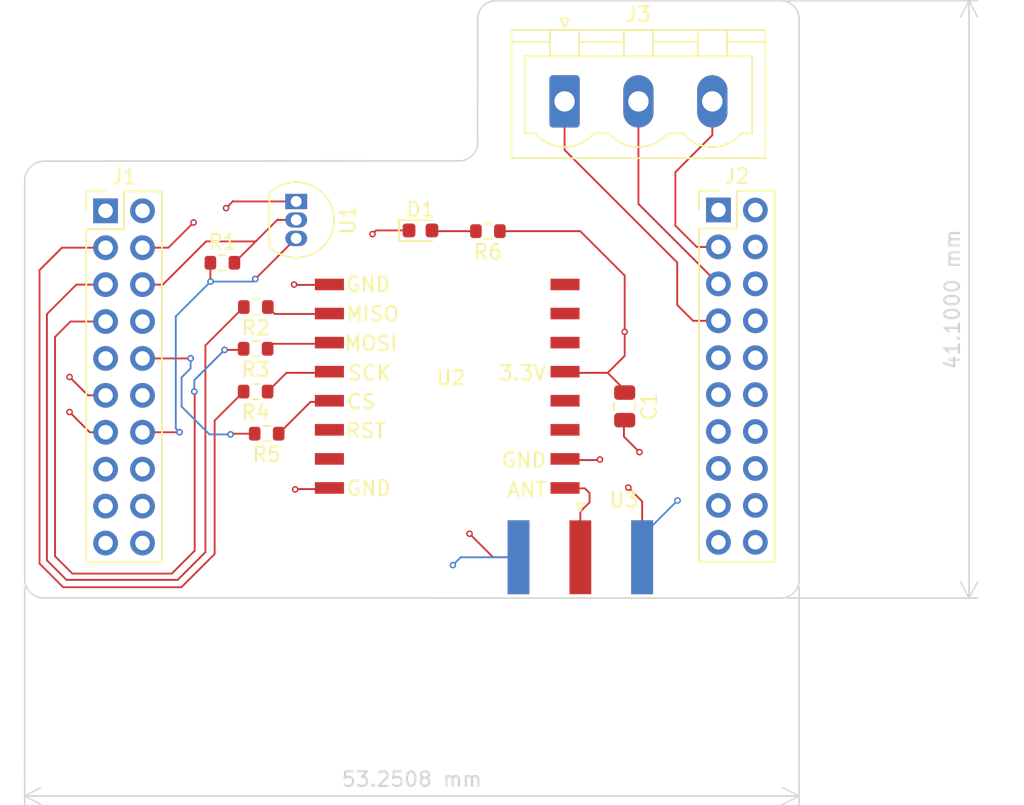
<source format=kicad_pcb>
(kicad_pcb (version 20211014) (generator pcbnew)
  (title_block (company "UW Madison ") (comment 1 "Author: Hailey Johnson"))
  (layers (0 "F.Cu" signal) (1 "In1.Cu" power "GND.Cu") (2 "In2.Cu" power "3V3.Cu") (31 "B.Cu" signal) (34 "B.Paste" user) (35 "F.Paste" user) (36 "B.SilkS" user "B.Silkscreen") (37 "F.SilkS" user "F.Silkscreen") (38 "B.Mask" user) (39 "F.Mask" user) (44 "Edge.Cuts" user))
  (net 0 "")
  (net 1 "GND")
  (net 2 "Net-(R2-Pad1)")
  (net 3 "Net-(R3-Pad1)")
  (net 4 "Net-(R4-Pad1)")
  (net 5 "Net-(R5-Pad1)")
  (net 6 "LORA_GPIO_V")
  (net 7 "DS18B20_GPIO_V")
  (net 8 "DS18B20_GPIO_EN")
  (net 9 "MISO_3V")
  (net 10 "MOSI_3V")
  (net 11 "SCK_3V")
  (net 12 "CS_3V")
  (net 13 "Net-(D1-Pad2)")
  (net 14 "+3V3")
  (net 15 "+5V")
  (net 39 "Net-(U2-Pad9)")
  (net 47 "Net-(J2-Pad3)")
  (net 49 "Net-(J2-Pad5)")
  (net 51 "Net-(J2-Pad7)")
  (footprint "Connector_PinHeader_2.54mm:PinHeader_2x10_P2.54mm_Vertical" (layer "F.Cu") (at 126.3026 86.6078)
    (fp_text reference "J1" (at 1.27 -2.33) (layer "F.SilkS"))
    (fp_text value "MSP_CONNECTOR_LEFT")
    (fp_line (start -1.33 24.19) (end 3.87 24.19) (layer "F.SilkS") (width 0.12))
    (fp_line (start -1.33 0) (end -1.33 -1.33) (layer "F.SilkS") (width 0.12))
    (fp_line (start 3.87 -1.33) (end 3.87 24.19) (layer "F.SilkS") (width 0.12))
    (fp_line (start 1.27 -1.33) (end 3.87 -1.33) (layer "F.SilkS") (width 0.12))
    (fp_line (start -1.33 -1.33) (end 0 -1.33) (layer "F.SilkS") (width 0.12))
    (fp_line (start -1.33 1.27) (end 1.27 1.27) (layer "F.SilkS") (width 0.12))
    (fp_line (start -1.33 1.27) (end -1.33 24.19) (layer "F.SilkS") (width 0.12))
    (fp_line (start 1.27 1.27) (end 1.27 -1.33) (layer "F.SilkS") (width 0.12))
    (pad "1" thru_hole rect (at 0 0) (size 1.7 1.7) (drill 1) (layers *.Cu *.Mask) (net 14 "+3V3"))
    (pad "2" thru_hole oval (at 2.54 0) (size 1.7 1.7) (drill 1) (layers *.Cu *.Mask) (net 15 "+5V"))
    (pad "3" thru_hole oval (at 0 2.54) (size 1.7 1.7) (drill 1) (layers *.Cu *.Mask) (net 11 "SCK_3V"))
    (pad "4" thru_hole oval (at 2.54 2.54) (size 1.7 1.7) (drill 1) (layers *.Cu *.Mask) (net 1 "GND"))
    (pad "5" thru_hole oval (at 0 5.08) (size 1.7 1.7) (drill 1) (layers *.Cu *.Mask) (net 9 "MISO_3V"))
    (pad "6" thru_hole oval (at 2.54 5.08) (size 1.7 1.7) (drill 1) (layers *.Cu *.Mask) (net 8 "DS18B20_GPIO_EN"))
    (pad "7" thru_hole oval (at 0 7.62) (size 1.7 1.7) (drill 1) (layers *.Cu *.Mask) (net 10 "MOSI_3V"))
    (pad "8" thru_hole oval (at 2.54 7.62) (size 1.7 1.7) (drill 1) (layers *.Cu *.Mask))
    (pad "9" thru_hole oval (at 0 10.16) (size 1.7 1.7) (drill 1) (layers *.Cu *.Mask))
    (pad "10" thru_hole oval (at 2.54 10.16) (size 1.7 1.7) (drill 1) (layers *.Cu *.Mask) (net 12 "CS_3V"))
    (pad "11" thru_hole oval (at 0 12.7) (size 1.7 1.7) (drill 1) (layers *.Cu *.Mask) (net 6 "LORA_GPIO_V"))
    (pad "12" thru_hole oval (at 2.54 12.7) (size 1.7 1.7) (drill 1) (layers *.Cu *.Mask))
    (pad "13" thru_hole oval (at 0 15.24) (size 1.7 1.7) (drill 1) (layers *.Cu *.Mask) (net 6 "LORA_GPIO_V"))
    (pad "14" thru_hole oval (at 2.54 15.24) (size 1.7 1.7) (drill 1) (layers *.Cu *.Mask) (net 7 "DS18B20_GPIO_V"))
    (pad "15" thru_hole oval (at 0 17.78) (size 1.7 1.7) (drill 1) (layers *.Cu *.Mask))
    (pad "16" thru_hole oval (at 2.54 17.78) (size 1.7 1.7) (drill 1) (layers *.Cu *.Mask))
    (pad "17" thru_hole oval (at 0 20.32) (size 1.7 1.7) (drill 1) (layers *.Cu *.Mask))
    (pad "18" thru_hole oval (at 2.54 20.32) (size 1.7 1.7) (drill 1) (layers *.Cu *.Mask))
    (pad "19" thru_hole oval (at 0 22.86) (size 1.7 1.7) (drill 1) (layers *.Cu *.Mask))
    (pad "20" thru_hole oval (at 2.54 22.86) (size 1.7 1.7) (drill 1) (layers *.Cu *.Mask))
  )
  (footprint "Resistor_SMD:R_0603_1608Metric" (layer "F.Cu") (at 136.62 96.1024 180)
    (fp_text reference "R3" (at 0 -1.43) (layer "F.SilkS"))
    (fp_text value "3.3K")
    (fp_line (start -0.237258 -0.5225) (end 0.237258 -0.5225) (layer "F.SilkS") (width 0.12))
    (fp_line (start -0.237258 0.5225) (end 0.237258 0.5225) (layer "F.SilkS") (width 0.12))
    (pad "1" smd roundrect (at -0.825 0 180) (size 0.8 0.95) (layers "F.Cu" "F.Paste" "F.Mask") (net 3 "Net-(R3-Pad1)"))
    (pad "2" smd roundrect (at 0.825 0 180) (size 0.8 0.95) (layers "F.Cu" "F.Paste" "F.Mask") (net 10 "MOSI_3V"))
  )
  (footprint "SensorNetwork:LoRa_RFM" (layer "F.Cu") (at 149.479 98.6386)
    (fp_text reference "U2" (at 0.5588 -0.54 unlocked) (layer "F.SilkS"))
    (fp_text value "RFM69HCW")
    (fp_text user "GND" (at -5.08 7.0612 unlocked) (layer "F.SilkS"))
    (fp_text user "RST" (at -5.2832 3.0988 unlocked) (layer "F.SilkS"))
    (fp_text user "CS" (at -5.588 1.1176 unlocked) (layer "F.SilkS"))
    (fp_text user "ANT" (at 5.7912 7.1628 unlocked) (layer "F.SilkS"))
    (fp_text user "GND" (at -5.1308 -6.9596 unlocked) (layer "F.SilkS"))
    (fp_text user "GND" (at 5.588 5.1308 unlocked) (layer "F.SilkS"))
    (fp_text user "MOSI" (at -4.9276 -2.8956 unlocked) (layer "F.SilkS"))
    (fp_text user "SCK" (at -5.0292 -0.8636 unlocked) (layer "F.SilkS"))
    (fp_text user "3.3V" (at 5.4864 -0.8636 unlocked) (layer "F.SilkS"))
    (fp_text user "MISO" (at -4.826 -4.9276 unlocked) (layer "F.SilkS"))
    (pad "1" smd rect (at -7.786 -6.9596) (size 2 0.8) (layers "F.Cu" "F.Paste" "F.Mask") (net 1 "GND"))
    (pad "2" smd rect (at -7.786 -4.9596) (size 2 0.8) (layers "F.Cu" "F.Paste" "F.Mask") (net 2 "Net-(R2-Pad1)"))
    (pad "3" smd rect (at -7.786 -2.9596) (size 2 0.8) (layers "F.Cu" "F.Paste" "F.Mask") (net 3 "Net-(R3-Pad1)"))
    (pad "4" smd rect (at -7.786 -0.9596) (size 2 0.8) (layers "F.Cu" "F.Paste" "F.Mask") (net 4 "Net-(R4-Pad1)"))
    (pad "5" smd rect (at -7.786 1.0404) (size 2 0.8) (layers "F.Cu" "F.Paste" "F.Mask") (net 5 "Net-(R5-Pad1)"))
    (pad "6" smd rect (at -7.786 3.0404) (size 2 0.8) (layers "F.Cu" "F.Paste" "F.Mask"))
    (pad "7" smd rect (at -7.786 5.0404) (size 2 0.8) (layers "F.Cu" "F.Paste" "F.Mask"))
    (pad "8" smd rect (at -7.786 7.0404) (size 2 0.8) (layers "F.Cu" "F.Paste" "F.Mask") (net 1 "GND"))
    (pad "9" smd rect (at 8.414 7.0404 180) (size 2 0.8) (layers "F.Cu" "F.Paste" "F.Mask") (net 39 "Net-(U2-Pad9)"))
    (pad "10" smd rect (at 8.414 5.0404 180) (size 2 0.8) (layers "F.Cu" "F.Paste" "F.Mask") (net 1 "GND"))
    (pad "11" smd rect (at 8.414 3.0404 180) (size 2 0.8) (layers "F.Cu" "F.Paste" "F.Mask"))
    (pad "12" smd rect (at 8.414 1.0404 180) (size 2 0.8) (layers "F.Cu" "F.Paste" "F.Mask"))
    (pad "13" smd rect (at 8.414 -0.9596 180) (size 2 0.8) (layers "F.Cu" "F.Paste" "F.Mask") (net 6 "LORA_GPIO_V"))
    (pad "14" smd rect (at 8.414 -2.9596 180) (size 2 0.8) (layers "F.Cu" "F.Paste" "F.Mask"))
    (pad "15" smd rect (at 8.414 -4.9596 180) (size 2 0.8) (layers "F.Cu" "F.Paste" "F.Mask"))
    (pad "16" smd rect (at 8.414 -6.9596 180) (size 2 0.8) (layers "F.Cu" "F.Paste" "F.Mask"))
  )
  (footprint "LED_SMD:LED_0603_1608Metric" (layer "F.Cu") (at 147.955 87.9602)
    (fp_text reference "D1" (at 0 -1.43) (layer "F.SilkS"))
    (fp_text value "LED_Small")
    (fp_line (start -1.485 0.735) (end 0.8 0.735) (layer "F.SilkS") (width 0.12))
    (fp_line (start 0.8 -0.735) (end -1.485 -0.735) (layer "F.SilkS") (width 0.12))
    (fp_line (start -1.485 -0.735) (end -1.485 0.735) (layer "F.SilkS") (width 0.12))
    (pad "1" smd roundrect (at -0.7875 0) (size 0.875 0.95) (layers "F.Cu" "F.Paste" "F.Mask") (net 1 "GND"))
    (pad "2" smd roundrect (at 0.7875 0) (size 0.875 0.95) (layers "F.Cu" "F.Paste" "F.Mask") (net 13 "Net-(D1-Pad2)"))
  )
  (footprint "Connector_Phoenix_MSTB:PhoenixContact_MSTBVA_2,5_3-G-5,08_1x03_P5.08mm_Vertical" (layer "F.Cu") (at 157.861 79.0815)
    (fp_text reference "J3" (at 5.08 -6) (layer "F.SilkS"))
    (fp_text value "Screw_Terminal_01x03")
    (fp_line (start 6.08 -3.1) (end 4.08 -3.1) (layer "F.SilkS") (width 0.12))
    (fp_line (start -2.74 2.2) (end -2.74 -3.1) (layer "F.SilkS") (width 0.12))
    (fp_line (start -0.3 -5.71) (end 0.3 -5.71) (layer "F.SilkS") (width 0.12))
    (fp_line (start 4.08 -3.1) (end 4.08 -4.91) (layer "F.SilkS") (width 0.12))
    (fp_line (start -1 -4.91) (end 1 -4.91) (layer "F.SilkS") (width 0.12))
    (fp_line (start -3.65 -4.91) (end -3.65 3.91) (layer "F.SilkS") (width 0.12))
    (fp_line (start -2.74 -3.1) (end 12.9 -3.1) (layer "F.SilkS") (width 0.12))
    (fp_line (start 13.81 3.91) (end 13.81 -4.91) (layer "F.SilkS") (width 0.12))
    (fp_line (start 12.9 2.2) (end 12.16 2.2) (layer "F.SilkS") (width 0.12))
    (fp_line (start 6.08 -4.91) (end 6.08 -3.1) (layer "F.SilkS") (width 0.12))
    (fp_line (start 11.16 -4.91) (end 11.16 -3.1) (layer "F.SilkS") (width 0.12))
    (fp_line (start 13.81 -4.91) (end -3.65 -4.91) (layer "F.SilkS") (width 0.12))
    (fp_line (start 12.9 -3.1) (end 12.9 2.2) (layer "F.SilkS") (width 0.12))
    (fp_line (start 2 2.2) (end 3.08 2.2) (layer "F.SilkS") (width 0.12))
    (fp_line (start 11.16 -3.1) (end 9.16 -3.1) (layer "F.SilkS") (width 0.12))
    (fp_line (start -3.65 3.91) (end 13.81 3.91) (layer "F.SilkS") (width 0.12))
    (fp_line (start -1 -3.1) (end -1 -4.91) (layer "F.SilkS") (width 0.12))
    (fp_line (start 9.16 -4.91) (end 11.16 -4.91) (layer "F.SilkS") (width 0.12))
    (fp_line (start 1 -4.91) (end 1 -3.1) (layer "F.SilkS") (width 0.12))
    (fp_line (start 9.16 -3.1) (end 9.16 -4.91) (layer "F.SilkS") (width 0.12))
    (fp_line (start -3.65 -4.1) (end -1.11 -4.1) (layer "F.SilkS") (width 0.12))
    (fp_line (start 1 -3.1) (end -1 -3.1) (layer "F.SilkS") (width 0.12))
    (fp_line (start 7.08 2.2) (end 8.16 2.2) (layer "F.SilkS") (width 0.12))
    (fp_line (start 1 -4.1) (end 4.08 -4.1) (layer "F.SilkS") (width 0.12))
    (fp_line (start 6.08 -4.1) (end 9.16 -4.1) (layer "F.SilkS") (width 0.12))
    (fp_line (start 0.3 -5.71) (end 0 -5.11) (layer "F.SilkS") (width 0.12))
    (fp_line (start 13.81 -4.1) (end 11.27 -4.1) (layer "F.SilkS") (width 0.12))
    (fp_line (start 0 -5.11) (end -0.3 -5.71) (layer "F.SilkS") (width 0.12))
    (fp_line (start -2 2.2) (end -2.74 2.2) (layer "F.SilkS") (width 0.12))
    (fp_line (start 4.08 -4.91) (end 6.08 -4.91) (layer "F.SilkS") (width 0.12))
    (fp_arc (start 7.066842 2.215821) (mid 5.069711 3.142758) (end 3.08 2.2) (layer "F.SilkS") (width 0.12))
    (fp_arc (start 12.146842 2.215821) (mid 10.149711 3.142758) (end 8.16 2.2) (layer "F.SilkS") (width 0.12))
    (fp_arc (start 1.986842 2.215821) (mid -0.010289 3.142758) (end -2 2.2) (layer "F.SilkS") (width 0.12))
    (pad "1" thru_hole roundrect (at 0 0) (size 2.08 3.6) (drill 1.4) (layers *.Cu *.Mask) (roundrect_rratio 0.1201918269) (net 51 "Net-(J2-Pad7)"))
    (pad "2" thru_hole oval (at 5.08 0) (size 2.08 3.6) (drill 1.4) (layers *.Cu *.Mask) (net 49 "Net-(J2-Pad5)"))
    (pad "3" thru_hole oval (at 10.16 0) (size 2.08 3.6) (drill 1.4) (layers *.Cu *.Mask) (net 47 "Net-(J2-Pad3)"))
  )
  (footprint "Connector_Coaxial:SMA_Amphenol_132289_EdgeMount" (layer "F.Cu") (at 158.9466 110.4503 -90)
    (fp_text reference "U3" (at -3.96 -3) (layer "F.SilkS"))
    (fp_text value "SMA_Amphenol")
    (fp_line (start -3.21 0) (end -3.71 -0.25) (layer "F.SilkS") (width 0.12))
    (fp_line (start -3.71 -0.25) (end -3.71 0.25) (layer "F.SilkS") (width 0.12))
    (fp_line (start -3.71 0.25) (end -3.21 0) (layer "F.SilkS") (width 0.12))
    (pad "1" smd rect (at 0 0) (size 1.5 5.08) (layers "F.Cu" "F.Paste" "F.Mask") (net 39 "Net-(U2-Pad9)"))
    (pad "2" smd rect (at 0 4.25) (size 1.5 5.08) (layers "F.Cu" "F.Paste" "F.Mask") (net 1 "GND"))
    (pad "3" smd rect (at 0 -4.25) (size 1.5 5.08) (layers "F.Cu" "F.Paste" "F.Mask") (net 1 "GND"))
    (pad "4" smd rect (at 0 4.25) (size 1.5 5.08) (layers "B.Cu" "B.Paste" "B.Mask") (net 1 "GND"))
    (pad "5" smd rect (at 0 -4.25) (size 1.5 5.08) (layers "B.Cu" "B.Paste" "B.Mask") (net 1 "GND"))
  )
  (footprint "Resistor_SMD:R_0603_1608Metric" (layer "F.Cu") (at 134.334 90.1842)
    (fp_text reference "R1" (at 0 -1.43) (layer "F.SilkS"))
    (fp_text value "4.7K")
    (fp_line (start -0.237258 -0.5225) (end 0.237258 -0.5225) (layer "F.SilkS") (width 0.12))
    (fp_line (start -0.237258 0.5225) (end 0.237258 0.5225) (layer "F.SilkS") (width 0.12))
    (pad "1" smd roundrect (at -0.825 0) (size 0.8 0.95) (layers "F.Cu" "F.Paste" "F.Mask") (net 7 "DS18B20_GPIO_V"))
    (pad "2" smd roundrect (at 0.825 0) (size 0.8 0.95) (layers "F.Cu" "F.Paste" "F.Mask") (net 8 "DS18B20_GPIO_EN"))
  )
  (footprint "Resistor_SMD:R_0603_1608Metric" (layer "F.Cu") (at 136.62 99.0488 180)
    (fp_text reference "R4" (at 0 -1.43) (layer "F.SilkS"))
    (fp_text value "3.3K")
    (fp_line (start -0.237258 -0.5225) (end 0.237258 -0.5225) (layer "F.SilkS") (width 0.12))
    (fp_line (start -0.237258 0.5225) (end 0.237258 0.5225) (layer "F.SilkS") (width 0.12))
    (pad "1" smd roundrect (at -0.825 0 180) (size 0.8 0.95) (layers "F.Cu" "F.Paste" "F.Mask") (net 4 "Net-(R4-Pad1)"))
    (pad "2" smd roundrect (at 0.825 0 180) (size 0.8 0.95) (layers "F.Cu" "F.Paste" "F.Mask") (net 11 "SCK_3V"))
  )
  (footprint "Resistor_SMD:R_0603_1608Metric" (layer "F.Cu") (at 152.591 88.011 180)
    (fp_text reference "R6" (at 0 -1.43) (layer "F.SilkS"))
    (fp_text value "330")
    (fp_line (start -0.237258 -0.5225) (end 0.237258 -0.5225) (layer "F.SilkS") (width 0.12))
    (fp_line (start -0.237258 0.5225) (end 0.237258 0.5225) (layer "F.SilkS") (width 0.12))
    (pad "1" smd roundrect (at -0.825 0 180) (size 0.8 0.95) (layers "F.Cu" "F.Paste" "F.Mask") (net 6 "LORA_GPIO_V"))
    (pad "2" smd roundrect (at 0.825 0 180) (size 0.8 0.95) (layers "F.Cu" "F.Paste" "F.Mask") (net 13 "Net-(D1-Pad2)"))
  )
  (footprint "Capacitor_SMD:C_0805_2012Metric" (layer "F.Cu") (at 161.9946 100.0648 -90)
    (fp_text reference "C1" (at 0 -1.68 90) (layer "F.SilkS"))
    (fp_text value "10uF")
    (fp_line (start -0.261252 0.735) (end 0.261252 0.735) (layer "F.SilkS") (width 0.12))
    (fp_line (start -0.261252 -0.735) (end 0.261252 -0.735) (layer "F.SilkS") (width 0.12))
    (pad "1" smd roundrect (at -0.95 0 270) (size 1 1.45) (layers "F.Cu" "F.Paste" "F.Mask") (net 6 "LORA_GPIO_V"))
    (pad "2" smd roundrect (at 0.95 0 270) (size 1 1.45) (layers "F.Cu" "F.Paste" "F.Mask") (net 1 "GND"))
  )
  (footprint "Resistor_SMD:R_0603_1608Metric" (layer "F.Cu") (at 137.382 101.9444 180)
    (fp_text reference "R5" (at 0 -1.43) (layer "F.SilkS"))
    (fp_text value "3.3K")
    (fp_line (start -0.237258 0.5225) (end 0.237258 0.5225) (layer "F.SilkS") (width 0.12))
    (fp_line (start -0.237258 -0.5225) (end 0.237258 -0.5225) (layer "F.SilkS") (width 0.12))
    (pad "1" smd roundrect (at -0.825 0 180) (size 0.8 0.95) (layers "F.Cu" "F.Paste" "F.Mask") (net 5 "Net-(R5-Pad1)"))
    (pad "2" smd roundrect (at 0.825 0 180) (size 0.8 0.95) (layers "F.Cu" "F.Paste" "F.Mask") (net 12 "CS_3V"))
  )
  (footprint "Connector_PinHeader_2.54mm:PinHeader_2x10_P2.54mm_Vertical" (layer "F.Cu") (at 168.4412 86.557)
    (fp_text reference "J2" (at 1.27 -2.33) (layer "F.SilkS"))
    (fp_text value "MSP_CONNECTOR_LEFT")
    (fp_line (start -1.33 1.27) (end 1.27 1.27) (layer "F.SilkS") (width 0.12))
    (fp_line (start -1.33 -1.33) (end 0 -1.33) (layer "F.SilkS") (width 0.12))
    (fp_line (start 1.27 1.27) (end 1.27 -1.33) (layer "F.SilkS") (width 0.12))
    (fp_line (start -1.33 0) (end -1.33 -1.33) (layer "F.SilkS") (width 0.12))
    (fp_line (start -1.33 24.19) (end 3.87 24.19) (layer "F.SilkS") (width 0.12))
    (fp_line (start 3.87 -1.33) (end 3.87 24.19) (layer "F.SilkS") (width 0.12))
    (fp_line (start 1.27 -1.33) (end 3.87 -1.33) (layer "F.SilkS") (width 0.12))
    (fp_line (start -1.33 1.27) (end -1.33 24.19) (layer "F.SilkS") (width 0.12))
    (pad "1" thru_hole rect (at 0 0) (size 1.7 1.7) (drill 1) (layers *.Cu *.Mask))
    (pad "2" thru_hole oval (at 2.54 0) (size 1.7 1.7) (drill 1) (layers *.Cu *.Mask))
    (pad "3" thru_hole oval (at 0 2.54) (size 1.7 1.7) (drill 1) (layers *.Cu *.Mask) (net 47 "Net-(J2-Pad3)"))
    (pad "4" thru_hole oval (at 2.54 2.54) (size 1.7 1.7) (drill 1) (layers *.Cu *.Mask))
    (pad "5" thru_hole oval (at 0 5.08) (size 1.7 1.7) (drill 1) (layers *.Cu *.Mask) (net 49 "Net-(J2-Pad5)"))
    (pad "6" thru_hole oval (at 2.54 5.08) (size 1.7 1.7) (drill 1) (layers *.Cu *.Mask))
    (pad "7" thru_hole oval (at 0 7.62) (size 1.7 1.7) (drill 1) (layers *.Cu *.Mask) (net 51 "Net-(J2-Pad7)"))
    (pad "8" thru_hole oval (at 2.54 7.62) (size 1.7 1.7) (drill 1) (layers *.Cu *.Mask))
    (pad "9" thru_hole oval (at 0 10.16) (size 1.7 1.7) (drill 1) (layers *.Cu *.Mask))
    (pad "10" thru_hole oval (at 2.54 10.16) (size 1.7 1.7) (drill 1) (layers *.Cu *.Mask))
    (pad "11" thru_hole oval (at 0 12.7) (size 1.7 1.7) (drill 1) (layers *.Cu *.Mask))
    (pad "12" thru_hole oval (at 2.54 12.7) (size 1.7 1.7) (drill 1) (layers *.Cu *.Mask))
    (pad "13" thru_hole oval (at 0 15.24) (size 1.7 1.7) (drill 1) (layers *.Cu *.Mask))
    (pad "14" thru_hole oval (at 2.54 15.24) (size 1.7 1.7) (drill 1) (layers *.Cu *.Mask))
    (pad "15" thru_hole oval (at 0 17.78) (size 1.7 1.7) (drill 1) (layers *.Cu *.Mask))
    (pad "16" thru_hole oval (at 2.54 17.78) (size 1.7 1.7) (drill 1) (layers *.Cu *.Mask))
    (pad "17" thru_hole oval (at 0 20.32) (size 1.7 1.7) (drill 1) (layers *.Cu *.Mask))
    (pad "18" thru_hole oval (at 2.54 20.32) (size 1.7 1.7) (drill 1) (layers *.Cu *.Mask))
    (pad "19" thru_hole oval (at 0 22.86) (size 1.7 1.7) (drill 1) (layers *.Cu *.Mask))
    (pad "20" thru_hole oval (at 2.54 22.86) (size 1.7 1.7) (drill 1) (layers *.Cu *.Mask))
  )
  (footprint "Package_TO_SOT_THT:TO-92_Inline" (layer "F.Cu") (at 139.4096 85.9678 -90)
    (fp_text reference "U1" (at 1.27 -3.56 90) (layer "F.SilkS"))
    (fp_text value "DS18B20")
    (fp_line (start -0.53 1.85) (end 3.07 1.85) (layer "F.SilkS") (width 0.12))
    (fp_arc (start -0.568478 1.838478) (mid -1.132087 -0.994977) (end 1.27 -2.6) (layer "F.SilkS") (width 0.12))
    (fp_arc (start 1.27 -2.6) (mid 3.672087 -0.994977) (end 3.108478 1.838478) (layer "F.SilkS") (width 0.12))
    (pad "1" thru_hole rect (at 0 0 270) (size 1.05 1.5) (drill 0.75) (layers *.Cu *.Mask) (net 1 "GND"))
    (pad "2" thru_hole oval (at 1.27 0 270) (size 1.05 1.5) (drill 0.75) (layers *.Cu *.Mask) (net 8 "DS18B20_GPIO_EN"))
    (pad "3" thru_hole oval (at 2.54 0 270) (size 1.05 1.5) (drill 0.75) (layers *.Cu *.Mask) (net 7 "DS18B20_GPIO_V"))
  )
  (footprint "Resistor_SMD:R_0603_1608Metric" (layer "F.Cu") (at 136.6332 93.2322 180)
    (fp_text reference "R2" (at 0 -1.43) (layer "F.SilkS"))
    (fp_text value "3.3K")
    (fp_line (start -0.237258 0.5225) (end 0.237258 0.5225) (layer "F.SilkS") (width 0.12))
    (fp_line (start -0.237258 -0.5225) (end 0.237258 -0.5225) (layer "F.SilkS") (width 0.12))
    (pad "1" smd roundrect (at -0.825 0 180) (size 0.8 0.95) (layers "F.Cu" "F.Paste" "F.Mask") (net 2 "Net-(R2-Pad1)"))
    (pad "2" smd roundrect (at 0.825 0 180) (size 0.8 0.95) (layers "F.Cu" "F.Paste" "F.Mask") (net 9 "MISO_3V"))
  )
  (gr_line (start 172.716 72.157) (end 153.162 72.157) (layer "Edge.Cuts") (width 0.1))
  (gr_line (start 173.986 112.004974) (end 173.986 73.406) (layer "Edge.Cuts") (width 0.1))
  (gr_arc (start 122.085325 113.247974) (mid 121.159543 112.895539) (end 120.735187 112.000438) (layer "Edge.Cuts") (width 0.1))
  (gr_arc (start 120.736026 84.504826) (mid 121.153761 83.574879) (end 122.099411 83.194026) (layer "Edge.Cuts") (width 0.1))
  (gr_arc (start 151.882974 81.905974) (mid 151.511 82.804) (end 150.612974 83.175974) (layer "Edge.Cuts") (width 0.1))
  (gr_arc (start 151.892 73.406) (mid 152.265269 72.515368) (end 153.162 72.157) (layer "Edge.Cuts") (width 0.1))
  (gr_line (start 151.892 73.406) (end 151.882974 81.905974) (layer "Edge.Cuts") (width 0.1))
  (gr_line (start 150.612974 83.175974) (end 122.099411 83.194026) (layer "Edge.Cuts") (width 0.1))
  (gr_arc (start 173.986 112.004974) (mid 173.61292 112.896668) (end 172.716 113.257) (layer "Edge.Cuts") (width 0.1))
  (gr_arc (start 172.716 72.157) (mid 173.612731 72.515368) (end 173.986 73.406) (layer "Edge.Cuts") (width 0.1))
  (gr_line (start 120.736026 84.504826) (end 120.735187 112.000438) (layer "Edge.Cuts") (width 0.1))
  (gr_line (start 122.085325 113.247974) (end 172.716 113.257) (layer "Edge.Cuts") (width 0.1))
  (dimension (type aligned) (layer "Edge.Cuts") (pts (xy 172.716 113.257) (xy 172.716 72.157)) (height 12.958) (gr_text "41.1000 mm" (at 184.524 92.707 90) (layer "Edge.Cuts") (effects (font (size 1 1) (thickness 0.15)))) (format (units 3) (units_format 1) (precision 4)) (style (thickness 0.1) (arrow_length 1.27) (text_position_mode 0) (extension_height 0.58642) (extension_offset 0.5) keep_text_aligned))
  (dimension (type aligned) (layer "Edge.Cuts") (pts (xy 120.735187 112.000438) (xy 173.986 112.004974)) (height 14.868728) (gr_text "53.2508 mm" (at 147.359424 125.721434 359.9951194) (layer "Edge.Cuts") (effects (font (size 1 1) (thickness 0.15)))) (format (units 3) (units_format 1) (precision 4)) (style (thickness 0.1) (arrow_length 1.27) (text_position_mode 0) (extension_height 0.58642) (extension_offset 0.5) keep_text_aligned))
  (segment (start 139.2616 91.6828) (end 139.287 91.7082) (width 0.25) (layer "F.Cu") (net 1))
  (segment (start 147.1675 87.9602) (end 144.907 87.9602) (width 0.127) (layer "F.Cu") (net 1))
  (segment (start 163.0106 103.2144) (end 161.9438 102.1476) (width 0.127) (layer "F.Cu") (net 1))
  (segment (start 152.9491 110.4503) (end 154.6966 110.4503) (width 0.127) (layer "F.Cu") (net 1))
  (segment (start 151.3266 108.8278) (end 152.9491 110.4503) (width 0.127) (layer "F.Cu") (net 1))
  (segment (start 132.3528 87.4156) (end 130.6206 89.1478) (width 0.127) (layer "F.Cu") (net 1))
  (segment (start 135.0706 85.9424) (end 135.096 85.9678) (width 0.127) (layer "F.Cu") (net 1))
  (segment (start 162.2486 105.6528) (end 163.1966 106.6008) (width 0.127) (layer "F.Cu") (net 1))
  (segment (start 139.287 91.7082) (end 141.7626 91.7082) (width 0.127) (layer "F.Cu") (net 1))
  (segment (start 157.988 103.759) (end 160.2562 103.759) (width 0.127) (layer "F.Cu") (net 1))
  (segment (start 141.788 105.759) (end 139.3586 105.759) (width 0.127) (layer "F.Cu") (net 1))
  (segment (start 135.096 85.9678) (end 139.4096 85.9678) (width 0.127) (layer "F.Cu") (net 1))
  (segment (start 144.907 87.9602) (end 144.653 88.2142) (width 0.127) (layer "F.Cu") (net 1))
  (segment (start 160.2562 103.759) (end 160.2928 103.7224) (width 0.25) (layer "F.Cu") (net 1))
  (segment (start 163.1966 106.6008) (end 163.1966 110.4503) (width 0.127) (layer "F.Cu") (net 1))
  (segment (start 139.3586 105.759) (end 139.3378 105.7798) (width 0.25) (layer "F.Cu") (net 1))
  (segment (start 161.9438 102.1476) (end 161.9438 100.776) (width 0.127) (layer "F.Cu") (net 1))
  (segment (start 130.6206 89.1478) (end 128.8426 89.1478) (width 0.127) (layer "F.Cu") (net 1))
  (segment (start 134.588 86.425) (end 135.0706 85.9424) (width 0.127) (layer "F.Cu") (net 1))
  (via blind (at 162.2486 105.6528) (size 0.4572) (drill 0.254) (layers "F.Cu" "In1.Cu") (net 1))
  (via blind (at 132.3528 87.4156) (size 0.4572) (drill 0.254) (layers "F.Cu" "In1.Cu") (net 1))
  (via blind (at 134.588 86.425) (size 0.4572) (drill 0.254) (layers "F.Cu" "In1.Cu") (net 1))
  (via blind (at 139.3378 105.7798) (size 0.4572) (drill 0.254) (layers "F.Cu" "In1.Cu") (net 1))
  (via blind (at 163.0106 103.2144) (size 0.4572) (drill 0.254) (layers "F.Cu" "In1.Cu") (net 1))
  (via blind (at 144.653 88.2142) (size 0.4572) (drill 0.254) (layers "F.Cu" "In1.Cu") (net 1))
  (via blind (at 160.2928 103.7224) (size 0.4572) (drill 0.254) (layers "F.Cu" "In1.Cu") (net 1))
  (via blind (at 139.2616 91.6828) (size 0.4572) (drill 0.254) (layers "F.Cu" "In1.Cu") (net 1))
  (via blind (at 151.3266 108.8278) (size 0.4572) (drill 0.254) (layers "F.Cu" "In1.Cu") (net 1))
  (via blind (at 150.1836 110.9868) (size 0.4572) (drill 0.254) (layers "In1.Cu" "B.Cu") (net 1))
  (via blind (at 165.6268 106.5418) (size 0.4572) (drill 0.254) (layers "In1.Cu" "B.Cu") (net 1))
  (segment (start 150.1836 110.9868) (end 150.7201 110.4503) (width 0.127) (layer "B.Cu") (net 1))
  (segment (start 163.1966 108.972) (end 165.6268 106.5418) (width 0.127) (layer "B.Cu") (net 1))
  (segment (start 150.7201 110.4503) (end 154.6966 110.4503) (width 0.127) (layer "B.Cu") (net 1))
  (segment (start 137.9342 93.7082) (end 141.7626 93.7082) (width 0.127) (layer "F.Cu") (net 2))
  (segment (start 137.4582 93.2322) (end 137.9342 93.7082) (width 0.127) (layer "F.Cu") (net 2))
  (segment (start 141.788 95.759) (end 137.7884 95.759) (width 0.127) (layer "F.Cu") (net 3))
  (segment (start 137.7884 95.759) (end 137.445 96.1024) (width 0.127) (layer "F.Cu") (net 3))
  (segment (start 137.445 99.0488) (end 138.7348 97.759) (width 0.127) (layer "F.Cu") (net 4))
  (segment (start 138.7348 97.759) (end 141.788 97.759) (width 0.127) (layer "F.Cu") (net 4))
  (segment (start 138.207 101.9444) (end 140.3924 99.759) (width 0.127) (layer "F.Cu") (net 5))
  (segment (start 140.3924 99.759) (end 141.788 99.759) (width 0.127) (layer "F.Cu") (net 5))
  (segment (start 158.941 88.011) (end 161.9946 91.0646) (width 0.127) (layer "F.Cu") (net 6))
  (segment (start 161.9946 94.934) (end 161.9946 96.5912) (width 0.127) (layer "F.Cu") (net 6))
  (segment (start 161.9946 96.5912) (end 160.8268 97.759) (width 0.127) (layer "F.Cu") (net 6))
  (segment (start 125.0888 99.3078) (end 126.3026 99.3078) (width 0.127) (layer "F.Cu") (net 6))
  (segment (start 125.2158 101.8478) (end 126.3026 101.8478) (width 0.127) (layer "F.Cu") (net 6))
  (segment (start 157.988 97.759) (end 160.8268 97.759) (width 0.127) (layer "F.Cu") (net 6))
  (segment (start 153.416 88.011) (end 158.941 88.011) (width 0.127) (layer "F.Cu") (net 6))
  (segment (start 123.825 100.457) (end 125.2158 101.8478) (width 0.127) (layer "F.Cu") (net 6))
  (segment (start 160.8268 97.759) (end 161.9438 98.876) (width 0.127) (layer "F.Cu") (net 6))
  (segment (start 123.825 98.044) (end 125.0888 99.3078) (width 0.127) (layer "F.Cu") (net 6))
  (segment (start 161.9946 91.0646) (end 161.9946 94.934) (width 0.127) (layer "F.Cu") (net 6))
  (via blind (at 161.9946 94.934) (size 0.4572) (drill 0.254) (layers "F.Cu" "In2.Cu") (net 6))
  (via blind (at 123.825 98.044) (size 0.4572) (drill 0.254) (layers "F.Cu" "In2.Cu") (net 6))
  (via blind (at 123.825 100.457) (size 0.4572) (drill 0.254) (layers "F.Cu" "In2.Cu") (net 6))
  (segment (start 131.3876 101.8428) (end 131.3826 101.8478) (width 0.2) (layer "F.Cu") (net 7))
  (segment (start 139.3886 88.5078) (end 139.4096 88.5078) (width 0.127) (layer "F.Cu") (net 7))
  (segment (start 131.3826 101.8478) (end 128.8426 101.8478) (width 0.127) (layer "F.Cu") (net 7))
  (segment (start 136.5946 91.3018) (end 139.3886 88.5078) (width 0.127) (layer "F.Cu") (net 7))
  (segment (start 133.509 90.1842) (end 133.509 91.4674) (width 0.127) (layer "F.Cu") (net 7))
  (via blind (at 131.3876 101.8428) (size 0.4572) (drill 0.254) (layers "F.Cu" "B.Cu") (net 7))
  (via blind (at 136.5946 91.3018) (size 0.4572) (drill 0.254) (layers "F.Cu" "B.Cu") (net 7))
  (via blind (at 133.5212 91.4796) (size 0.4572) (drill 0.254) (layers "F.Cu" "B.Cu") (net 7))
  (segment (start 131.1286 93.8722) (end 133.5212 91.4796) (width 0.127) (layer "B.Cu") (net 7))
  (segment (start 136.4168 91.4796) (end 133.5212 91.4796) (width 0.127) (layer "B.Cu") (net 7))
  (segment (start 131.3876 101.8428) (end 131.1286 101.5838) (width 0.127) (layer "B.Cu") (net 7))
  (segment (start 131.1286 101.5838) (end 131.1286 93.8722) (width 0.127) (layer "B.Cu") (net 7))
  (segment (start 136.5946 91.3018) (end 136.4168 91.4796) (width 0.127) (layer "B.Cu") (net 7))
  (segment (start 133.2103 88.7171) (end 136.6261 88.7171) (width 0.127) (layer "F.Cu") (net 8))
  (segment (start 138.1308 87.2124) (end 138.1562 87.2378) (width 0.127) (layer "F.Cu") (net 8))
  (segment (start 135.159 90.1842) (end 136.6261 88.7171) (width 0.127) (layer "F.Cu") (net 8))
  (segment (start 128.8426 91.6878) (end 130.2396 91.6878) (width 0.127) (layer "F.Cu") (net 8))
  (segment (start 138.1562 87.2378) (end 139.4096 87.2378) (width 0.127) (layer "F.Cu") (net 8))
  (segment (start 130.2396 91.6878) (end 133.2103 88.7171) (width 0.127) (layer "F.Cu") (net 8))
  (segment (start 136.6261 88.7171) (end 138.1308 87.2124) (width 0.127) (layer "F.Cu") (net 8))
  (segment (start 131.2606 112.0028) (end 123.6152 112.0028) (width 0.127) (layer "F.Cu") (net 9))
  (segment (start 135.8082 93.2322) (end 133.1656 95.8748) (width 0.127) (layer "F.Cu") (net 9))
  (segment (start 123.6152 112.0028) (end 122.269 110.6566) (width 0.127) (layer "F.Cu") (net 9))
  (segment (start 122.269 93.7148) (end 124.296 91.6878) (width 0.127) (layer "F.Cu") (net 9))
  (segment (start 122.269 110.6566) (end 122.269 93.7148) (width 0.127) (layer "F.Cu") (net 9))
  (segment (start 124.296 91.6878) (end 126.3026 91.6878) (width 0.127) (layer "F.Cu") (net 9))
  (segment (start 133.1656 95.8748) (end 133.1656 110.0978) (width 0.127) (layer "F.Cu") (net 9))
  (segment (start 133.1656 110.0978) (end 131.2606 112.0028) (width 0.127) (layer "F.Cu") (net 9))
  (segment (start 122.8278 95.2896) (end 123.8896 94.2278) (width 0.127) (layer "F.Cu") (net 10))
  (segment (start 122.8278 110.3772) (end 122.8278 95.2896) (width 0.127) (layer "F.Cu") (net 10))
  (segment (start 134.4864 96.1786) (end 135.7188 96.1786) (width 0.127) (layer "F.Cu") (net 10))
  (segment (start 123.8896 94.2278) (end 126.3026 94.2278) (width 0.127) (layer "F.Cu") (net 10))
  (segment (start 130.8542 111.571) (end 124.0216 111.571) (width 0.127) (layer "F.Cu") (net 10))
  (segment (start 124.0216 111.571) (end 122.8278 110.3772) (width 0.127) (layer "F.Cu") (net 10))
  (segment (start 132.429 109.9962) (end 130.8542 111.571) (width 0.127) (layer "F.Cu") (net 10))
  (segment (start 132.4036 99.0488) (end 132.429 99.0742) (width 0.2) (layer "F.Cu") (net 10))
  (segment (start 135.7188 96.1786) (end 135.795 96.1024) (width 0.127) (layer "F.Cu") (net 10))
  (segment (start 132.429 99.0742) (end 132.429 109.9962) (width 0.127) (layer "F.Cu") (net 10))
  (via blind (at 132.4036 99.0488) (size 0.4572) (drill 0.254) (layers "F.Cu" "B.Cu") (net 10))
  (via blind (at 134.4864 96.1786) (size 0.4572) (drill 0.254) (layers "F.Cu" "B.Cu") (net 10))
  (segment (start 132.4036 99.0488) (end 132.4036 98.2614) (width 0.127) (layer "B.Cu") (net 10))
  (segment (start 132.4036 98.2614) (end 134.4864 96.1786) (width 0.127) (layer "B.Cu") (net 10))
  (segment (start 133.8006 101.0432) (end 133.8006 110.2248) (width 0.127) (layer "F.Cu") (net 11))
  (segment (start 121.761 90.6922) (end 123.3054 89.1478) (width 0.127) (layer "F.Cu") (net 11))
  (segment (start 123.3054 89.1478) (end 126.3026 89.1478) (width 0.127) (layer "F.Cu") (net 11))
  (segment (start 123.3866 112.5108) (end 121.761 110.8852) (width 0.127) (layer "F.Cu") (net 11))
  (segment (start 121.761 110.8852) (end 121.761 90.6922) (width 0.127) (layer "F.Cu") (net 11))
  (segment (start 135.795 99.0488) (end 133.8006 101.0432) (width 0.127) (layer "F.Cu") (net 11))
  (segment (start 133.8006 110.2248) (end 131.5146 112.5108) (width 0.127) (layer "F.Cu") (net 11))
  (segment (start 131.5146 112.5108) (end 123.3866 112.5108) (width 0.127) (layer "F.Cu") (net 11))
  (segment (start 132.1496 96.7628) (end 132.1446 96.7678) (width 0.2) (layer "F.Cu") (net 12))
  (segment (start 134.9436 101.9444) (end 134.8928 101.9952) (width 0.2) (layer "F.Cu") (net 12))
  (segment (start 132.1446 96.7678) (end 128.8426 96.7678) (width 0.127) (layer "F.Cu") (net 12))
  (segment (start 136.557 101.9444) (end 134.9436 101.9444) (width 0.127) (layer "F.Cu") (net 12))
  (via blind (at 132.1496 96.7628) (size 0.4572) (drill 0.254) (layers "F.Cu" "B.Cu") (net 12))
  (via blind (at 134.8928 101.9952) (size 0.4572) (drill 0.254) (layers "F.Cu" "B.Cu") (net 12))
  (segment (start 131.52812 98.071421) (end 131.52812 100.07832) (width 0.127) (layer "B.Cu") (net 12))
  (segment (start 132.1496 97.449941) (end 131.52812 98.071421) (width 0.127) (layer "B.Cu") (net 12))
  (segment (start 131.52812 100.07832) (end 133.445 101.9952) (width 0.127) (layer "B.Cu") (net 12))
  (segment (start 132.1496 96.7628) (end 132.1496 97.449941) (width 0.127) (layer "B.Cu") (net 12))
  (segment (start 133.445 101.9952) (end 134.8928 101.9952) (width 0.127) (layer "B.Cu") (net 12))
  (segment (start 151.766 88.011) (end 148.7933 88.011) (width 0.127) (layer "F.Cu") (net 13))
  (segment (start 148.7933 88.011) (end 148.7425 87.9602) (width 0.127) (layer "F.Cu") (net 13))
  (segment (start 159.256 105.7082) (end 157.9626 105.7082) (width 0.127) (layer "F.Cu") (net 39))
  (segment (start 159.5816 106.6688) (end 159.5816 106.0338) (width 0.127) (layer "F.Cu") (net 39))
  (segment (start 158.9466 110.4503) (end 158.9466 107.3038) (width 0.127) (layer "F.Cu") (net 39))
  (segment (start 158.9466 107.3038) (end 159.5816 106.6688) (width 0.127) (layer "F.Cu") (net 39))
  (segment (start 159.5816 106.0338) (end 159.256 105.7082) (width 0.127) (layer "F.Cu") (net 39))
  (segment (start 168.021 79.0815) (end 168.021 81.407) (width 0.127) (layer "F.Cu") (net 47))
  (segment (start 168.021 81.407) (end 165.481 83.947) (width 0.127) (layer "F.Cu") (net 47))
  (segment (start 165.481 83.947) (end 165.481 87.63) (width 0.127) (layer "F.Cu") (net 47))
  (segment (start 165.481 87.63) (end 166.948 89.097) (width 0.127) (layer "F.Cu") (net 47))
  (segment (start 166.948 89.097) (end 168.4412 89.097) (width 0.127) (layer "F.Cu") (net 47))
  (segment (start 162.941 86.1368) (end 168.4412 91.637) (width 0.127) (layer "F.Cu") (net 49))
  (segment (start 162.941 79.0815) (end 162.941 86.1368) (width 0.127) (layer "F.Cu") (net 49))
  (segment (start 157.861 82.423) (end 165.608 90.17) (width 0.127) (layer "F.Cu") (net 51))
  (segment (start 166.694 94.177) (end 168.4412 94.177) (width 0.127) (layer "F.Cu") (net 51))
  (segment (start 165.608 90.17) (end 165.608 93.091) (width 0.127) (layer "F.Cu") (net 51))
  (segment (start 165.608 93.091) (end 166.694 94.177) (width 0.127) (layer "F.Cu") (net 51))
  (segment (start 157.861 79.0815) (end 157.861 82.423) (width 0.127) (layer "F.Cu") (net 51))
)
</source>
